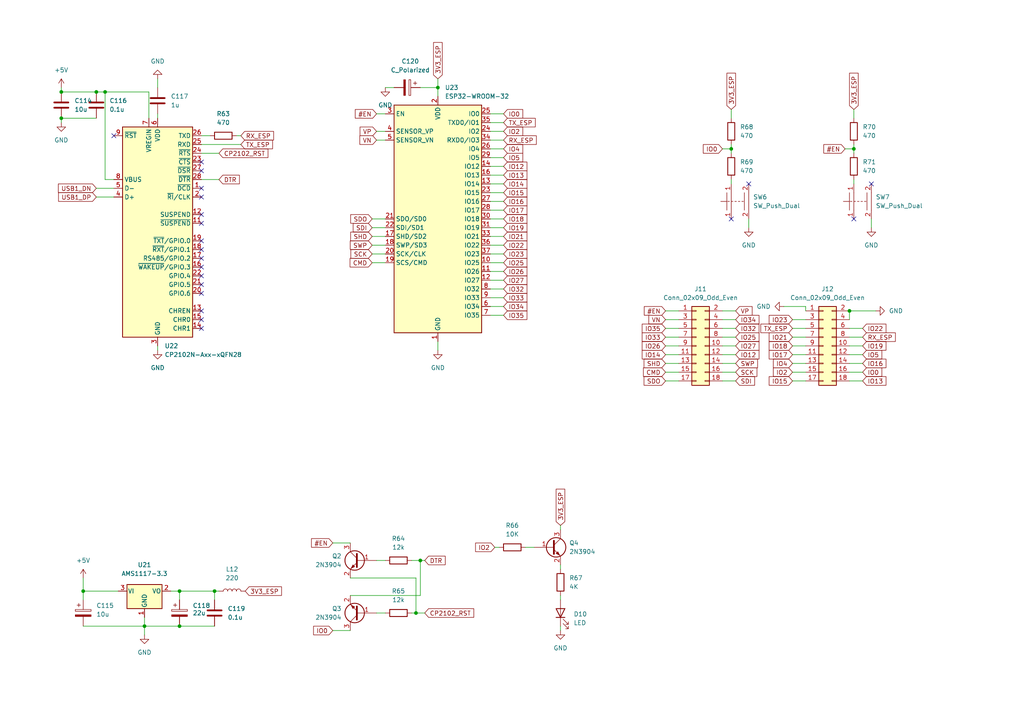
<source format=kicad_sch>
(kicad_sch (version 20211123) (generator eeschema)
  (paper "A4")
  (lib_symbols
    (symbol "Connector_Generic:Conn_02x09_Odd_Even" (pin_names (offset 1.016) hide)
      (property "Reference" "J" (at 1.27 12.7 0))
      (property "Value" "Conn_02x09_Odd_Even" (at 1.27 -12.7 0))
      (symbol "Conn_02x09_Odd_Even_1_1"
        (rectangle (start -1.27 -10.033) (end 0 -10.287) (stroke (width 0.1524)))
        (rectangle (start -1.27 -7.493) (end 0 -7.747) (stroke (width 0.1524)))
        (rectangle (start -1.27 -4.953) (end 0 -5.207) (stroke (width 0.1524)))
        (rectangle (start -1.27 -2.413) (end 0 -2.667) (stroke (width 0.1524)))
        (rectangle (start -1.27 0.127) (end 0 -0.127) (stroke (width 0.1524)))
        (rectangle (start -1.27 2.667) (end 0 2.413) (stroke (width 0.1524)))
        (rectangle (start -1.27 5.207) (end 0 4.953) (stroke (width 0.1524)))
        (rectangle (start -1.27 7.747) (end 0 7.493) (stroke (width 0.1524)))
        (rectangle (start -1.27 10.287) (end 0 10.033) (stroke (width 0.1524)))
        (rectangle (start -1.27 11.43) (end 3.81 -11.43) (stroke (width 0.254)) (fill (type background)))
        (rectangle (start 3.81 -10.033) (end 2.54 -10.287) (stroke (width 0.1524)))
        (rectangle (start 3.81 -7.493) (end 2.54 -7.747) (stroke (width 0.1524)))
        (rectangle (start 3.81 -4.953) (end 2.54 -5.207) (stroke (width 0.1524)))
        (rectangle (start 3.81 -2.413) (end 2.54 -2.667) (stroke (width 0.1524)))
        (rectangle (start 3.81 0.127) (end 2.54 -0.127) (stroke (width 0.1524)))
        (rectangle (start 3.81 2.667) (end 2.54 2.413) (stroke (width 0.1524)))
        (rectangle (start 3.81 5.207) (end 2.54 4.953) (stroke (width 0.1524)))
        (rectangle (start 3.81 7.747) (end 2.54 7.493) (stroke (width 0.1524)))
        (rectangle (start 3.81 10.287) (end 2.54 10.033) (stroke (width 0.1524)))
        (pin passive line (at -5.08 10.16 0) (length 3.81) (name "Pin_1") (number "1"))
        (pin passive line (at 7.62 0 180) (length 3.81) (name "Pin_10") (number "10"))
        (pin passive line (at -5.08 -2.54 0) (length 3.81) (name "Pin_11") (number "11"))
        (pin passive line (at 7.62 -2.54 180) (length 3.81) (name "Pin_12") (number "12"))
        (pin passive line (at -5.08 -5.08 0) (length 3.81) (name "Pin_13") (number "13"))
        (pin passive line (at 7.62 -5.08 180) (length 3.81) (name "Pin_14") (number "14"))
        (pin passive line (at -5.08 -7.62 0) (length 3.81) (name "Pin_15") (number "15"))
        (pin passive line (at 7.62 -7.62 180) (length 3.81) (name "Pin_16") (number "16"))
        (pin passive line (at -5.08 -10.16 0) (length 3.81) (name "Pin_17") (number "17"))
        (pin passive line (at 7.62 -10.16 180) (length 3.81) (name "Pin_18") (number "18"))
        (pin passive line (at 7.62 10.16 180) (length 3.81) (name "Pin_2") (number "2"))
        (pin passive line (at -5.08 7.62 0) (length 3.81) (name "Pin_3") (number "3"))
        (pin passive line (at 7.62 7.62 180) (length 3.81) (name "Pin_4") (number "4"))
        (pin passive line (at -5.08 5.08 0) (length 3.81) (name "Pin_5") (number "5"))
        (pin passive line (at 7.62 5.08 180) (length 3.81) (name "Pin_6") (number "6"))
        (pin passive line (at -5.08 2.54 0) (length 3.81) (name "Pin_7") (number "7"))
        (pin passive line (at 7.62 2.54 180) (length 3.81) (name "Pin_8") (number "8"))
        (pin passive line (at -5.08 0 0) (length 3.81) (name "Pin_9") (number "9"))
      )
    )
    (symbol "Device:C" (pin_numbers hide) (pin_names (offset 0.254))
      (property "Reference" "C" (at 0.635 2.54 0))
      (property "Value" "C" (at 0.635 -2.54 0))
      (symbol "C_0_1"
        (polyline (pts (xy -2.032 -0.762) (xy 2.032 -0.762)) (stroke (width 0.508)))
        (polyline (pts (xy -2.032 0.762) (xy 2.032 0.762)) (stroke (width 0.508)))
      )
      (symbol "C_1_1"
        (pin passive line (at 0 3.81 270) (length 2.794) (name "~") (number "1"))
        (pin passive line (at 0 -3.81 90) (length 2.794) (name "~") (number "2"))
      )
    )
    (symbol "Device:C_Polarized" (pin_numbers hide) (pin_names (offset 0.254))
      (property "Reference" "C" (at 0.635 2.54 0))
      (property "Value" "C_Polarized" (at 0.635 -2.54 0))
      (symbol "C_Polarized_0_1"
        (rectangle (start -2.286 0.508) (end 2.286 1.016))
        (polyline (pts (xy -1.778 2.286) (xy -0.762 2.286)))
        (polyline (pts (xy -1.27 2.794) (xy -1.27 1.778)))
        (rectangle (start 2.286 -0.508) (end -2.286 -1.016) (fill (type outline)))
      )
      (symbol "C_Polarized_1_1"
        (pin passive line (at 0 3.81 270) (length 2.794) (name "~") (number "1"))
        (pin passive line (at 0 -3.81 90) (length 2.794) (name "~") (number "2"))
      )
    )
    (symbol "Device:L" (pin_numbers hide) (pin_names (offset 1.016) hide)
      (property "Reference" "L" (at -1.27 0 90))
      (property "Value" "L" (at 1.905 0 90))
      (symbol "L_0_1"
        (arc (start 0 -2.54) (mid 0.635 -1.905) (end 0 -1.27))
        (arc (start 0 -1.27) (mid 0.635 -0.635) (end 0 0))
        (arc (start 0 0) (mid 0.635 0.635) (end 0 1.27))
        (arc (start 0 1.27) (mid 0.635 1.905) (end 0 2.54))
      )
      (symbol "L_1_1"
        (pin passive line (at 0 3.81 270) (length 1.27) (name "1") (number "1"))
        (pin passive line (at 0 -3.81 90) (length 1.27) (name "2") (number "2"))
      )
    )
    (symbol "Device:LED" (pin_numbers hide) (pin_names (offset 1.016) hide)
      (property "Reference" "D" (at 0 2.54 0))
      (property "Value" "LED" (at 0 -2.54 0))
      (symbol "LED_0_1"
        (polyline (pts (xy -1.27 -1.27) (xy -1.27 1.27)) (stroke (width 0.254)))
        (polyline (pts (xy -1.27 0) (xy 1.27 0)))
        (polyline (pts (xy 1.27 -1.27) (xy 1.27 1.27) (xy -1.27 0) (xy 1.27 -1.27)) (stroke (width 0.254)))
        (polyline (pts (xy -3.048 -0.762) (xy -4.572 -2.286) (xy -3.81 -2.286) (xy -4.572 -2.286) (xy -4.572 -1.524)))
        (polyline (pts (xy -1.778 -0.762) (xy -3.302 -2.286) (xy -2.54 -2.286) (xy -3.302 -2.286) (xy -3.302 -1.524)))
      )
      (symbol "LED_1_1"
        (pin passive line (at -3.81 0 0) (length 2.54) (name "K") (number "1"))
        (pin passive line (at 3.81 0 180) (length 2.54) (name "A") (number "2"))
      )
    )
    (symbol "Device:R" (pin_numbers hide) (pin_names (offset 0))
      (property "Reference" "R" (at 2.032 0 90))
      (property "Value" "R" (at 0 0 90))
      (symbol "R_0_1"
        (rectangle (start -1.016 -2.54) (end 1.016 2.54) (stroke (width 0.254)))
      )
      (symbol "R_1_1"
        (pin passive line (at 0 3.81 270) (length 1.27) (name "~") (number "1"))
        (pin passive line (at 0 -3.81 90) (length 1.27) (name "~") (number "2"))
      )
    )
    (symbol "Interface_USB:CP2102N-Axx-xQFN28"
      (property "Reference" "U" (at -8.89 31.75 0))
      (property "Value" "CP2102N-Axx-xQFN28" (at 12.7 31.75 0))
      (symbol "CP2102N-Axx-xQFN28_0_1"
        (rectangle (start -10.16 30.48) (end 10.16 -30.48) (stroke (width 0.254)) (fill (type background)))
      )
      (symbol "CP2102N-Axx-xQFN28_1_1"
        (pin input line (at 12.7 12.7 180) (length 2.54) (name "~{DCD}") (number "1"))
        (pin no_connect line (at -10.16 -27.94 0) (length 2.54) hide (name "NC") (number "10"))
        (pin output line (at 12.7 2.54 180) (length 2.54) (name "~{SUSPEND}") (number "11"))
        (pin output line (at 12.7 5.08 180) (length 2.54) (name "SUSPEND") (number "12"))
        (pin output line (at 12.7 -22.86 180) (length 2.54) (name "CHREN") (number "13"))
        (pin output line (at 12.7 -27.94 180) (length 2.54) (name "CHR1") (number "14"))
        (pin output line (at 12.7 -25.4 180) (length 2.54) (name "CHR0") (number "15"))
        (pin bidirectional line (at 12.7 -10.16 180) (length 2.54) (name "~{WAKEUP}/GPIO.3") (number "16"))
        (pin bidirectional line (at 12.7 -7.62 180) (length 2.54) (name "RS485/GPIO.2") (number "17"))
        (pin bidirectional line (at 12.7 -5.08 180) (length 2.54) (name "~{RXT}/GPIO.1") (number "18"))
        (pin bidirectional line (at 12.7 -2.54 180) (length 2.54) (name "~{TXT}/GPIO.0") (number "19"))
        (pin bidirectional line (at 12.7 10.16 180) (length 2.54) (name "~{RI}/CLK") (number "2"))
        (pin bidirectional line (at 12.7 -17.78 180) (length 2.54) (name "GPIO.6") (number "20"))
        (pin bidirectional line (at 12.7 -15.24 180) (length 2.54) (name "GPIO.5") (number "21"))
        (pin bidirectional line (at 12.7 -12.7 180) (length 2.54) (name "GPIO.4") (number "22"))
        (pin input line (at 12.7 20.32 180) (length 2.54) (name "~{CTS}") (number "23"))
        (pin output line (at 12.7 22.86 180) (length 2.54) (name "~{RTS}") (number "24"))
        (pin input line (at 12.7 25.4 180) (length 2.54) (name "RXD") (number "25"))
        (pin output line (at 12.7 27.94 180) (length 2.54) (name "TXD") (number "26"))
        (pin input line (at 12.7 17.78 180) (length 2.54) (name "~{DSR}") (number "27"))
        (pin output line (at 12.7 15.24 180) (length 2.54) (name "~{DTR}") (number "28"))
        (pin passive line (at 0 -33.02 90) (length 2.54) hide (name "GND") (number "29"))
        (pin power_in line (at 0 -33.02 90) (length 2.54) (name "GND") (number "3"))
        (pin bidirectional line (at -12.7 10.16 0) (length 2.54) (name "D+") (number "4"))
        (pin bidirectional line (at -12.7 12.7 0) (length 2.54) (name "D-") (number "5"))
        (pin power_in line (at 0 33.02 270) (length 2.54) (name "VDD") (number "6"))
        (pin power_in line (at -2.54 33.02 270) (length 2.54) (name "VREGIN") (number "7"))
        (pin input line (at -12.7 15.24 0) (length 2.54) (name "VBUS") (number "8"))
        (pin input line (at -12.7 27.94 0) (length 2.54) (name "~{RST}") (number "9"))
      )
    )
    (symbol "RF_Module:ESP32-WROOM-32"
      (property "Reference" "U" (at -12.7 34.29 0))
      (property "Value" "ESP32-WROOM-32" (at 1.27 34.29 0))
      (symbol "ESP32-WROOM-32_0_1"
        (rectangle (start -12.7 33.02) (end 12.7 -33.02) (stroke (width 0.254)) (fill (type background)))
      )
      (symbol "ESP32-WROOM-32_1_1"
        (pin power_in line (at 0 -35.56 90) (length 2.54) (name "GND") (number "1"))
        (pin bidirectional line (at 15.24 -12.7 180) (length 2.54) (name "IO25") (number "10"))
        (pin bidirectional line (at 15.24 -15.24 180) (length 2.54) (name "IO26") (number "11"))
        (pin bidirectional line (at 15.24 -17.78 180) (length 2.54) (name "IO27") (number "12"))
        (pin bidirectional line (at 15.24 10.16 180) (length 2.54) (name "IO14") (number "13"))
        (pin bidirectional line (at 15.24 15.24 180) (length 2.54) (name "IO12") (number "14"))
        (pin passive line (at 0 -35.56 90) (length 2.54) hide (name "GND") (number "15"))
        (pin bidirectional line (at 15.24 12.7 180) (length 2.54) (name "IO13") (number "16"))
        (pin bidirectional line (at -15.24 -5.08 0) (length 2.54) (name "SHD/SD2") (number "17"))
        (pin bidirectional line (at -15.24 -7.62 0) (length 2.54) (name "SWP/SD3") (number "18"))
        (pin bidirectional line (at -15.24 -12.7 0) (length 2.54) (name "SCS/CMD") (number "19"))
        (pin power_in line (at 0 35.56 270) (length 2.54) (name "VDD") (number "2"))
        (pin bidirectional line (at -15.24 -10.16 0) (length 2.54) (name "SCK/CLK") (number "20"))
        (pin bidirectional line (at -15.24 0 0) (length 2.54) (name "SDO/SD0") (number "21"))
        (pin bidirectional line (at -15.24 -2.54 0) (length 2.54) (name "SDI/SD1") (number "22"))
        (pin bidirectional line (at 15.24 7.62 180) (length 2.54) (name "IO15") (number "23"))
        (pin bidirectional line (at 15.24 25.4 180) (length 2.54) (name "IO2") (number "24"))
        (pin bidirectional line (at 15.24 30.48 180) (length 2.54) (name "IO0") (number "25"))
        (pin bidirectional line (at 15.24 20.32 180) (length 2.54) (name "IO4") (number "26"))
        (pin bidirectional line (at 15.24 5.08 180) (length 2.54) (name "IO16") (number "27"))
        (pin bidirectional line (at 15.24 2.54 180) (length 2.54) (name "IO17") (number "28"))
        (pin bidirectional line (at 15.24 17.78 180) (length 2.54) (name "IO5") (number "29"))
        (pin input line (at -15.24 30.48 0) (length 2.54) (name "EN") (number "3"))
        (pin bidirectional line (at 15.24 0 180) (length 2.54) (name "IO18") (number "30"))
        (pin bidirectional line (at 15.24 -2.54 180) (length 2.54) (name "IO19") (number "31"))
        (pin no_connect line (at -12.7 -27.94 0) (length 2.54) hide (name "NC") (number "32"))
        (pin bidirectional line (at 15.24 -5.08 180) (length 2.54) (name "IO21") (number "33"))
        (pin bidirectional line (at 15.24 22.86 180) (length 2.54) (name "RXD0/IO3") (number "34"))
        (pin bidirectional line (at 15.24 27.94 180) (length 2.54) (name "TXD0/IO1") (number "35"))
        (pin bidirectional line (at 15.24 -7.62 180) (length 2.54) (name "IO22") (number "36"))
        (pin bidirectional line (at 15.24 -10.16 180) (length 2.54) (name "IO23") (number "37"))
        (pin passive line (at 0 -35.56 90) (length 2.54) hide (name "GND") (number "38"))
        (pin passive line (at 0 -35.56 90) (length 2.54) hide (name "GND") (number "39"))
        (pin input line (at -15.24 25.4 0) (length 2.54) (name "SENSOR_VP") (number "4"))
        (pin input line (at -15.24 22.86 0) (length 2.54) (name "SENSOR_VN") (number "5"))
        (pin input line (at 15.24 -25.4 180) (length 2.54) (name "IO34") (number "6"))
        (pin input line (at 15.24 -27.94 180) (length 2.54) (name "IO35") (number "7"))
        (pin bidirectional line (at 15.24 -20.32 180) (length 2.54) (name "IO32") (number "8"))
        (pin bidirectional line (at 15.24 -22.86 180) (length 2.54) (name "IO33") (number "9"))
      )
    )
    (symbol "Regulator_Linear:AMS1117-3.3" (pin_names (offset 0.254))
      (property "Reference" "U" (at -3.81 3.175 0))
      (property "Value" "AMS1117-3.3" (at 0 3.175 0))
      (symbol "AMS1117-3.3_0_1"
        (rectangle (start -5.08 -5.08) (end 5.08 1.905) (stroke (width 0.254)) (fill (type background)))
      )
      (symbol "AMS1117-3.3_1_1"
        (pin power_in line (at 0 -7.62 90) (length 2.54) (name "GND") (number "1"))
        (pin power_out line (at 7.62 0 180) (length 2.54) (name "VO") (number "2"))
        (pin power_in line (at -7.62 0 0) (length 2.54) (name "VI") (number "3"))
      )
    )
    (symbol "SW_Push_Dual_1" (pin_names (offset 1.016) hide)
      (property "Reference" "SW?" (at 0 7.62 0))
      (property "Value" "SW_Push_Dual" (at 0 5.08 0))
      (symbol "SW_Push_Dual_1_0_1"
        (polyline (pts (xy -2.54 -5.08) (xy 2.54 -5.08)))
        (polyline (pts (xy -2.54 0) (xy 2.54 0)))
        (polyline (pts (xy 0 -3.048) (xy 0 -3.556)))
        (polyline (pts (xy 0 -2.032) (xy 0 -2.54)))
        (polyline (pts (xy 0 -1.524) (xy 0 -1.016)))
        (polyline (pts (xy 0 -0.508) (xy 0 0)))
        (polyline (pts (xy 0 0.508) (xy 0 1.016)))
        (polyline (pts (xy 0 1.27) (xy 0 3.048)))
        (polyline (pts (xy 2.54 -3.81) (xy -2.54 -3.81)))
        (polyline (pts (xy 2.54 1.27) (xy -2.54 1.27)))
        (pin passive line (at -5.08 0 0) (length 2.54) (name "1") (number "1"))
        (pin passive line (at 5.08 0 180) (length 2.54) (name "1") (number "1"))
        (pin passive line (at -5.08 -5.08 0) (length 2.54) (name "2") (number "2"))
        (pin passive line (at 5.08 -5.08 180) (length 2.54) (name "2") (number "2"))
      )
    )
    (symbol "Transistor_BJT:BC817" (pin_names (offset 0) hide)
      (property "Reference" "Q" (at 5.08 1.905 0))
      (property "Value" "BC817" (at 5.08 0 0))
      (symbol "BC817_0_1"
        (polyline (pts (xy 0.635 0.635) (xy 2.54 2.54)))
        (polyline (pts (xy 0.635 -0.635) (xy 2.54 -2.54) (xy 2.54 -2.54)))
        (polyline (pts (xy 0.635 1.905) (xy 0.635 -1.905) (xy 0.635 -1.905)) (stroke (width 0.508)))
        (polyline (pts (xy 1.27 -1.778) (xy 1.778 -1.27) (xy 2.286 -2.286) (xy 1.27 -1.778) (xy 1.27 -1.778)) (fill (type outline)))
        (circle (center 1.27 0) (radius 2.8194) (stroke (width 0.254)))
      )
      (symbol "BC817_1_1"
        (pin input line (at -5.08 0 0) (length 5.715) (name "B") (number "1"))
        (pin passive line (at 2.54 -5.08 90) (length 2.54) (name "E") (number "2"))
        (pin passive line (at 2.54 5.08 270) (length 2.54) (name "C") (number "3"))
      )
    )
    (symbol "power:+5V" (power) (pin_names (offset 0))
      (property "Value" "+5V" (at 0 3.556 0))
      (symbol "+5V_0_1"
        (polyline (pts (xy -0.762 1.27) (xy 0 2.54)))
        (polyline (pts (xy 0 0) (xy 0 2.54)))
        (polyline (pts (xy 0 2.54) (xy 0.762 1.27)))
      )
      (symbol "+5V_1_1"
        (pin power_in line (at 0 0 90) (length 0) hide (name "+5V") (number "1"))
      )
    )
    (symbol "power:GND" (power) (pin_names (offset 0))
      (property "Value" "GND" (at 0 -3.81 0))
      (symbol "GND_0_1"
        (polyline (pts (xy 0 0) (xy 0 -1.27) (xy 1.27 -1.27) (xy 0 -2.54) (xy -1.27 -1.27) (xy 0 -1.27)))
      )
      (symbol "GND_1_1"
        (pin power_in line (at 0 0 270) (length 0) hide (name "GND") (number "1"))
      )
    )
  )
  (junction (at 52.07 171.45))
  (junction (at 212.09 43.18))
  (junction (at 27.94 26.67))
  (junction (at 120.65 177.8))
  (junction (at 127 25.4))
  (junction (at 121.92 162.56))
  (junction (at 52.07 181.61))
  (junction (at 17.78 34.29))
  (junction (at 62.23 171.45))
  (junction (at 246.38 90.17))
  (junction (at 30.48 26.67))
  (junction (at 247.65 43.18))
  (junction (at 17.78 26.67))
  (junction (at 24.13 171.45))
  (junction (at 41.91 181.61))
  (no_connect (at 58.42 92.71))
  (no_connect (at 58.42 90.17))
  (no_connect (at 58.42 64.77))
  (no_connect (at 58.42 77.47))
  (no_connect (at 58.42 80.01))
  (no_connect (at 58.42 85.09))
  (no_connect (at 58.42 69.85))
  (no_connect (at 58.42 72.39))
  (no_connect (at 58.42 82.55))
  (no_connect (at 58.42 74.93))
  (no_connect (at 58.42 95.25))
  (no_connect (at 58.42 46.99))
  (no_connect (at 58.42 49.53))
  (no_connect (at 58.42 62.23))
  (no_connect (at 58.42 54.61))
  (no_connect (at 58.42 57.15))
  (no_connect (at 212.09 63.5))
  (no_connect (at 217.17 53.34))
  (no_connect (at 252.73 53.34))
  (no_connect (at 247.65 63.5))
  (no_connect (at 33.02 39.37))
  (wire (pts (xy 209.55 43.18) (xy 212.09 43.18)))
  (wire (pts (xy 96.52 157.48) (xy 101.6 157.48)))
  (wire (pts (xy 111.76 25.4) (xy 114.3 25.4)))
  (wire (pts (xy 209.55 92.71) (xy 213.36 92.71)))
  (wire (pts (xy 107.95 66.04) (xy 111.76 66.04)))
  (wire (pts (xy 212.09 31.75) (xy 212.09 34.29)))
  (wire (pts (xy 109.22 33.02) (xy 111.76 33.02)))
  (wire (pts (xy 107.95 73.66) (xy 111.76 73.66)))
  (wire (pts (xy 107.95 68.58) (xy 111.76 68.58)))
  (wire (pts (xy 41.91 181.61) (xy 52.07 181.61)))
  (wire (pts (xy 247.65 52.07) (xy 247.65 53.34)))
  (wire (pts (xy 142.24 53.34) (xy 146.05 53.34)))
  (wire (pts (xy 109.22 162.56) (xy 111.76 162.56)))
  (wire (pts (xy 45.72 100.33) (xy 45.72 101.6)))
  (wire (pts (xy 58.42 39.37) (xy 60.96 39.37)))
  (wire (pts (xy 246.38 97.79) (xy 250.19 97.79)))
  (wire (pts (xy 212.09 41.91) (xy 212.09 43.18)))
  (wire (pts (xy 107.95 76.2) (xy 111.76 76.2)))
  (wire (pts (xy 217.17 63.5) (xy 217.17 66.04)))
  (wire (pts (xy 142.24 88.9) (xy 146.05 88.9)))
  (wire (pts (xy 212.09 52.07) (xy 212.09 53.34)))
  (wire (pts (xy 229.87 107.95) (xy 233.68 107.95)))
  (wire (pts (xy 246.38 102.87) (xy 250.19 102.87)))
  (wire (pts (xy 142.24 66.04) (xy 146.05 66.04)))
  (wire (pts (xy 193.04 95.25) (xy 196.85 95.25)))
  (wire (pts (xy 58.42 41.91) (xy 69.85 41.91)))
  (wire (pts (xy 120.65 177.8) (xy 123.19 177.8)))
  (wire (pts (xy 246.38 107.95) (xy 250.19 107.95)))
  (wire (pts (xy 142.24 48.26) (xy 146.05 48.26)))
  (wire (pts (xy 209.55 97.79) (xy 213.36 97.79)))
  (wire (pts (xy 142.24 68.58) (xy 146.05 68.58)))
  (wire (pts (xy 252.73 63.5) (xy 252.73 66.04)))
  (wire (pts (xy 247.65 31.75) (xy 247.65 34.29)))
  (wire (pts (xy 96.52 182.88) (xy 101.6 182.88)))
  (wire (pts (xy 229.87 105.41) (xy 233.68 105.41)))
  (wire (pts (xy 143.51 158.75) (xy 144.78 158.75)))
  (wire (pts (xy 193.04 92.71) (xy 196.85 92.71)))
  (wire (pts (xy 62.23 171.45) (xy 62.23 173.99)))
  (wire (pts (xy 247.65 43.18) (xy 247.65 44.45)))
  (wire (pts (xy 24.13 167.64) (xy 24.13 171.45)))
  (wire (pts (xy 101.6 167.64) (xy 120.65 167.64)))
  (wire (pts (xy 121.92 172.72) (xy 121.92 162.56)))
  (wire (pts (xy 142.24 73.66) (xy 146.05 73.66)))
  (wire (pts (xy 17.78 26.67) (xy 27.94 26.67)))
  (wire (pts (xy 229.87 97.79) (xy 233.68 97.79)))
  (wire (pts (xy 247.65 41.91) (xy 247.65 43.18)))
  (wire (pts (xy 246.38 105.41) (xy 250.19 105.41)))
  (wire (pts (xy 49.53 171.45) (xy 52.07 171.45)))
  (wire (pts (xy 33.02 52.07) (xy 30.48 52.07)))
  (wire (pts (xy 209.55 107.95) (xy 213.36 107.95)))
  (wire (pts (xy 246.38 110.49) (xy 250.19 110.49)))
  (wire (pts (xy 227.33 88.9) (xy 233.68 88.9)))
  (wire (pts (xy 162.56 163.83) (xy 162.56 165.1)))
  (wire (pts (xy 229.87 100.33) (xy 233.68 100.33)))
  (wire (pts (xy 127 22.86) (xy 127 25.4)))
  (wire (pts (xy 27.94 26.67) (xy 30.48 26.67)))
  (wire (pts (xy 109.22 40.64) (xy 111.76 40.64)))
  (wire (pts (xy 142.24 83.82) (xy 146.05 83.82)))
  (wire (pts (xy 101.6 172.72) (xy 121.92 172.72)))
  (wire (pts (xy 127 99.06) (xy 127 101.6)))
  (wire (pts (xy 193.04 105.41) (xy 196.85 105.41)))
  (wire (pts (xy 209.55 95.25) (xy 213.36 95.25)))
  (wire (pts (xy 17.78 25.4) (xy 17.78 26.67)))
  (wire (pts (xy 45.72 33.02) (xy 45.72 34.29)))
  (wire (pts (xy 245.11 43.18) (xy 247.65 43.18)))
  (wire (pts (xy 229.87 102.87) (xy 233.68 102.87)))
  (wire (pts (xy 142.24 63.5) (xy 146.05 63.5)))
  (wire (pts (xy 246.38 95.25) (xy 250.19 95.25)))
  (wire (pts (xy 30.48 52.07) (xy 30.48 26.67)))
  (wire (pts (xy 120.65 167.64) (xy 120.65 177.8)))
  (wire (pts (xy 142.24 40.64) (xy 146.05 40.64)))
  (wire (pts (xy 41.91 181.61) (xy 41.91 179.07)))
  (wire (pts (xy 193.04 97.79) (xy 196.85 97.79)))
  (wire (pts (xy 17.78 34.29) (xy 17.78 35.56)))
  (wire (pts (xy 27.94 54.61) (xy 33.02 54.61)))
  (wire (pts (xy 142.24 33.02) (xy 146.05 33.02)))
  (wire (pts (xy 142.24 81.28) (xy 146.05 81.28)))
  (wire (pts (xy 142.24 43.18) (xy 146.05 43.18)))
  (wire (pts (xy 24.13 171.45) (xy 34.29 171.45)))
  (wire (pts (xy 209.55 105.41) (xy 213.36 105.41)))
  (wire (pts (xy 17.78 34.29) (xy 27.94 34.29)))
  (wire (pts (xy 107.95 71.12) (xy 111.76 71.12)))
  (wire (pts (xy 142.24 38.1) (xy 146.05 38.1)))
  (wire (pts (xy 142.24 60.96) (xy 146.05 60.96)))
  (wire (pts (xy 246.38 100.33) (xy 250.19 100.33)))
  (wire (pts (xy 142.24 45.72) (xy 146.05 45.72)))
  (wire (pts (xy 229.87 92.71) (xy 233.68 92.71)))
  (wire (pts (xy 58.42 52.07) (xy 63.5 52.07)))
  (wire (pts (xy 121.92 25.4) (xy 127 25.4)))
  (wire (pts (xy 193.04 90.17) (xy 196.85 90.17)))
  (wire (pts (xy 119.38 162.56) (xy 121.92 162.56)))
  (wire (pts (xy 27.94 57.15) (xy 33.02 57.15)))
  (wire (pts (xy 229.87 110.49) (xy 233.68 110.49)))
  (wire (pts (xy 58.42 44.45) (xy 63.5 44.45)))
  (wire (pts (xy 162.56 172.72) (xy 162.56 173.99)))
  (wire (pts (xy 52.07 181.61) (xy 62.23 181.61)))
  (wire (pts (xy 43.18 26.67) (xy 43.18 34.29)))
  (wire (pts (xy 193.04 102.87) (xy 196.85 102.87)))
  (wire (pts (xy 142.24 35.56) (xy 146.05 35.56)))
  (wire (pts (xy 193.04 110.49) (xy 196.85 110.49)))
  (wire (pts (xy 209.55 90.17) (xy 213.36 90.17)))
  (wire (pts (xy 229.87 95.25) (xy 233.68 95.25)))
  (wire (pts (xy 142.24 86.36) (xy 146.05 86.36)))
  (wire (pts (xy 142.24 78.74) (xy 146.05 78.74)))
  (wire (pts (xy 193.04 107.95) (xy 196.85 107.95)))
  (wire (pts (xy 127 25.4) (xy 127 27.94)))
  (wire (pts (xy 142.24 58.42) (xy 146.05 58.42)))
  (wire (pts (xy 209.55 102.87) (xy 213.36 102.87)))
  (wire (pts (xy 41.91 181.61) (xy 41.91 184.15)))
  (wire (pts (xy 142.24 55.88) (xy 146.05 55.88)))
  (wire (pts (xy 193.04 100.33) (xy 196.85 100.33)))
  (wire (pts (xy 24.13 173.99) (xy 24.13 171.45)))
  (wire (pts (xy 45.72 22.86) (xy 45.72 25.4)))
  (wire (pts (xy 52.07 171.45) (xy 62.23 171.45)))
  (wire (pts (xy 52.07 173.99) (xy 52.07 171.45)))
  (wire (pts (xy 68.58 39.37) (xy 69.85 39.37)))
  (wire (pts (xy 109.22 38.1) (xy 111.76 38.1)))
  (wire (pts (xy 142.24 91.44) (xy 146.05 91.44)))
  (wire (pts (xy 109.22 177.8) (xy 111.76 177.8)))
  (wire (pts (xy 212.09 43.18) (xy 212.09 44.45)))
  (wire (pts (xy 119.38 177.8) (xy 120.65 177.8)))
  (wire (pts (xy 152.4 158.75) (xy 154.94 158.75)))
  (wire (pts (xy 246.38 90.17) (xy 254 90.17)))
  (wire (pts (xy 62.23 171.45) (xy 63.5 171.45)))
  (wire (pts (xy 142.24 71.12) (xy 146.05 71.12)))
  (wire (pts (xy 233.68 88.9) (xy 233.68 90.17)))
  (wire (pts (xy 209.55 100.33) (xy 213.36 100.33)))
  (wire (pts (xy 142.24 76.2) (xy 146.05 76.2)))
  (wire (pts (xy 107.95 63.5) (xy 111.76 63.5)))
  (wire (pts (xy 30.48 26.67) (xy 43.18 26.67)))
  (wire (pts (xy 24.13 181.61) (xy 41.91 181.61)))
  (wire (pts (xy 162.56 152.4) (xy 162.56 153.67)))
  (wire (pts (xy 209.55 110.49) (xy 213.36 110.49)))
  (wire (pts (xy 121.92 162.56) (xy 123.19 162.56)))
  (wire (pts (xy 142.24 50.8) (xy 146.05 50.8)))
  (wire (pts (xy 246.38 90.17) (xy 246.38 92.71)))
  (wire (pts (xy 162.56 181.61) (xy 162.56 182.88)))
  (global_label "VN" (shape input) (at 109.22 40.64 180) (property "Intersheet References" "${INTERSHEET_REFS}" (effects hide)))
  (global_label "IO14" (shape input) (at 146.05 53.34 0) (property "Intersheet References" "${INTERSHEET_REFS}" (effects hide)))
  (global_label "SDO" (shape input) (at 107.95 63.5 180) (property "Intersheet References" "${INTERSHEET_REFS}" (effects hide)))
  (global_label "IO0" (shape input) (at 96.52 182.88 180) (property "Intersheet References" "${INTERSHEET_REFS}" (effects hide)))
  (global_label "3V3_ESP" (shape input) (at 71.12 171.45 0) (property "Intersheet References" "${INTERSHEET_REFS}" (effects hide)))
  (global_label "IO2" (shape input) (at 143.51 158.75 180) (property "Intersheet References" "${INTERSHEET_REFS}" (effects hide)))
  (global_label "IO13" (shape input) (at 146.05 50.8 0) (property "Intersheet References" "${INTERSHEET_REFS}" (effects hide)))
  (global_label "RX_ESP" (shape input) (at 250.19 97.79 0) (property "Intersheet References" "${INTERSHEET_REFS}" (effects hide)))
  (global_label "IO23" (shape input) (at 146.05 73.66 0) (property "Intersheet References" "${INTERSHEET_REFS}" (effects hide)))
  (global_label "IO2" (shape input) (at 146.05 38.1 0) (property "Intersheet References" "${INTERSHEET_REFS}" (effects hide)))
  (global_label "IO0" (shape input) (at 146.05 33.02 0) (property "Intersheet References" "${INTERSHEET_REFS}" (effects hide)))
  (global_label "IO26" (shape input) (at 193.04 100.33 180) (property "Intersheet References" "${INTERSHEET_REFS}" (effects hide)))
  (global_label "USB1_DN" (shape input) (at 27.94 54.61 180) (property "Intersheet References" "${INTERSHEET_REFS}" (effects hide)))
  (global_label "IO16" (shape input) (at 250.19 105.41 0) (property "Intersheet References" "${INTERSHEET_REFS}" (effects hide)))
  (global_label "IO22" (shape input) (at 250.19 95.25 0) (property "Intersheet References" "${INTERSHEET_REFS}" (effects hide)))
  (global_label "IO21" (shape input) (at 146.05 68.58 0) (property "Intersheet References" "${INTERSHEET_REFS}" (effects hide)))
  (global_label "SDI" (shape input) (at 213.36 110.49 0) (property "Intersheet References" "${INTERSHEET_REFS}" (effects hide)))
  (global_label "IO25" (shape input) (at 146.05 76.2 0) (property "Intersheet References" "${INTERSHEET_REFS}" (effects hide)))
  (global_label "IO17" (shape input) (at 146.05 60.96 0) (property "Intersheet References" "${INTERSHEET_REFS}" (effects hide)))
  (global_label "CP2102_RST" (shape input) (at 63.5 44.45 0) (property "Intersheet References" "${INTERSHEET_REFS}" (effects hide)))
  (global_label "RX_ESP" (shape input) (at 146.05 40.64 0) (property "Intersheet References" "${INTERSHEET_REFS}" (effects hide)))
  (global_label "IO34" (shape input) (at 146.05 88.9 0) (property "Intersheet References" "${INTERSHEET_REFS}" (effects hide)))
  (global_label "IO27" (shape input) (at 146.05 81.28 0) (property "Intersheet References" "${INTERSHEET_REFS}" (effects hide)))
  (global_label "IO35" (shape input) (at 146.05 91.44 0) (property "Intersheet References" "${INTERSHEET_REFS}" (effects hide)))
  (global_label "IO4" (shape input) (at 146.05 43.18 0) (property "Intersheet References" "${INTERSHEET_REFS}" (effects hide)))
  (global_label "VN" (shape input) (at 193.04 92.71 180) (property "Intersheet References" "${INTERSHEET_REFS}" (effects hide)))
  (global_label "IO32" (shape input) (at 213.36 95.25 0) (property "Intersheet References" "${INTERSHEET_REFS}" (effects hide)))
  (global_label "3V3_ESP" (shape input) (at 127 22.86 90) (property "Intersheet References" "${INTERSHEET_REFS}" (effects hide)))
  (global_label "IO16" (shape input) (at 146.05 58.42 0) (property "Intersheet References" "${INTERSHEET_REFS}" (effects hide)))
  (global_label "SWP" (shape input) (at 213.36 105.41 0) (property "Intersheet References" "${INTERSHEET_REFS}" (effects hide)))
  (global_label "IO21" (shape input) (at 229.87 97.79 180) (property "Intersheet References" "${INTERSHEET_REFS}" (effects hide)))
  (global_label "IO18" (shape input) (at 146.05 63.5 0) (property "Intersheet References" "${INTERSHEET_REFS}" (effects hide)))
  (global_label "IO33" (shape input) (at 146.05 86.36 0) (property "Intersheet References" "${INTERSHEET_REFS}" (effects hide)))
  (global_label "SHD" (shape input) (at 193.04 105.41 180) (property "Intersheet References" "${INTERSHEET_REFS}" (effects hide)))
  (global_label "IO13" (shape input) (at 250.19 110.49 0) (property "Intersheet References" "${INTERSHEET_REFS}" (effects hide)))
  (global_label "SWP" (shape input) (at 107.95 71.12 180) (property "Intersheet References" "${INTERSHEET_REFS}" (effects hide)))
  (global_label "CMD" (shape input) (at 107.95 76.2 180) (property "Intersheet References" "${INTERSHEET_REFS}" (effects hide)))
  (global_label "IO34" (shape input) (at 213.36 92.71 0) (property "Intersheet References" "${INTERSHEET_REFS}" (effects hide)))
  (global_label "#EN" (shape input) (at 245.11 43.18 180) (property "Intersheet References" "${INTERSHEET_REFS}" (effects hide)))
  (global_label "IO26" (shape input) (at 146.05 78.74 0) (property "Intersheet References" "${INTERSHEET_REFS}" (effects hide)))
  (global_label "#EN" (shape input) (at 193.04 90.17 180) (property "Intersheet References" "${INTERSHEET_REFS}" (effects hide)))
  (global_label "IO15" (shape input) (at 146.05 55.88 0) (property "Intersheet References" "${INTERSHEET_REFS}" (effects hide)))
  (global_label "SHD" (shape input) (at 107.95 68.58 180) (property "Intersheet References" "${INTERSHEET_REFS}" (effects hide)))
  (global_label "IO15" (shape input) (at 229.87 110.49 180) (property "Intersheet References" "${INTERSHEET_REFS}" (effects hide)))
  (global_label "VP" (shape input) (at 109.22 38.1 180) (property "Intersheet References" "${INTERSHEET_REFS}" (effects hide)))
  (global_label "TX_ESP" (shape input) (at 69.85 41.91 0) (property "Intersheet References" "${INTERSHEET_REFS}" (effects hide)))
  (global_label "IO25" (shape input) (at 213.36 97.79 0) (property "Intersheet References" "${INTERSHEET_REFS}" (effects hide)))
  (global_label "CP2102_RST" (shape input) (at 123.19 177.8 0) (property "Intersheet References" "${INTERSHEET_REFS}" (effects hide)))
  (global_label "IO19" (shape input) (at 250.19 100.33 0) (property "Intersheet References" "${INTERSHEET_REFS}" (effects hide)))
  (global_label "SDI" (shape input) (at 107.95 66.04 180) (property "Intersheet References" "${INTERSHEET_REFS}" (effects hide)))
  (global_label "IO18" (shape input) (at 229.87 100.33 180) (property "Intersheet References" "${INTERSHEET_REFS}" (effects hide)))
  (global_label "IO5" (shape input) (at 250.19 102.87 0) (property "Intersheet References" "${INTERSHEET_REFS}" (effects hide)))
  (global_label "IO27" (shape input) (at 213.36 100.33 0) (property "Intersheet References" "${INTERSHEET_REFS}" (effects hide)))
  (global_label "IO19" (shape input) (at 146.05 66.04 0) (property "Intersheet References" "${INTERSHEET_REFS}" (effects hide)))
  (global_label "3V3_ESP" (shape input) (at 247.65 31.75 90) (property "Intersheet References" "${INTERSHEET_REFS}" (effects hide)))
  (global_label "IO22" (shape input) (at 146.05 71.12 0) (property "Intersheet References" "${INTERSHEET_REFS}" (effects hide)))
  (global_label "TX_ESP" (shape input) (at 146.05 35.56 0) (property "Intersheet References" "${INTERSHEET_REFS}" (effects hide)))
  (global_label "SCK" (shape input) (at 107.95 73.66 180) (property "Intersheet References" "${INTERSHEET_REFS}" (effects hide)))
  (global_label "IO32" (shape input) (at 146.05 83.82 0) (property "Intersheet References" "${INTERSHEET_REFS}" (effects hide)))
  (global_label "IO12" (shape input) (at 213.36 102.87 0) (property "Intersheet References" "${INTERSHEET_REFS}" (effects hide)))
  (global_label "SDO" (shape input) (at 193.04 110.49 180) (property "Intersheet References" "${INTERSHEET_REFS}" (effects hide)))
  (global_label "USB1_DP" (shape input) (at 27.94 57.15 180) (property "Intersheet References" "${INTERSHEET_REFS}" (effects hide)))
  (global_label "CMD" (shape input) (at 193.04 107.95 180) (property "Intersheet References" "${INTERSHEET_REFS}" (effects hide)))
  (global_label "IO33" (shape input) (at 193.04 97.79 180) (property "Intersheet References" "${INTERSHEET_REFS}" (effects hide)))
  (global_label "IO2" (shape input) (at 229.87 107.95 180) (property "Intersheet References" "${INTERSHEET_REFS}" (effects hide)))
  (global_label "TX_ESP" (shape input) (at 229.87 95.25 180) (property "Intersheet References" "${INTERSHEET_REFS}" (effects hide)))
  (global_label "IO12" (shape input) (at 146.05 48.26 0) (property "Intersheet References" "${INTERSHEET_REFS}" (effects hide)))
  (global_label "IO35" (shape input) (at 193.04 95.25 180) (property "Intersheet References" "${INTERSHEET_REFS}" (effects hide)))
  (global_label "3V3_ESP" (shape input) (at 162.56 152.4 90) (property "Intersheet References" "${INTERSHEET_REFS}" (effects hide)))
  (global_label "#EN" (shape input) (at 109.22 33.02 180) (property "Intersheet References" "${INTERSHEET_REFS}" (effects hide)))
  (global_label "DTR" (shape input) (at 123.19 162.56 0) (property "Intersheet References" "${INTERSHEET_REFS}" (effects hide)))
  (global_label "#EN" (shape input) (at 96.52 157.48 180) (property "Intersheet References" "${INTERSHEET_REFS}" (effects hide)))
  (global_label "VP" (shape input) (at 213.36 90.17 0) (property "Intersheet References" "${INTERSHEET_REFS}" (effects hide)))
  (global_label "IO23" (shape input) (at 229.87 92.71 180) (property "Intersheet References" "${INTERSHEET_REFS}" (effects hide)))
  (global_label "SCK" (shape input) (at 213.36 107.95 0) (property "Intersheet References" "${INTERSHEET_REFS}" (effects hide)))
  (global_label "IO14" (shape input) (at 193.04 102.87 180) (property "Intersheet References" "${INTERSHEET_REFS}" (effects hide)))
  (global_label "IO4" (shape input) (at 229.87 105.41 180) (property "Intersheet References" "${INTERSHEET_REFS}" (effects hide)))
  (global_label "3V3_ESP" (shape input) (at 212.09 31.75 90) (property "Intersheet References" "${INTERSHEET_REFS}" (effects hide)))
  (global_label "RX_ESP" (shape input) (at 69.85 39.37 0) (property "Intersheet References" "${INTERSHEET_REFS}" (effects hide)))
  (global_label "IO0" (shape input) (at 250.19 107.95 0) (property "Intersheet References" "${INTERSHEET_REFS}" (effects hide)))
  (global_label "IO0" (shape input) (at 209.55 43.18 180) (property "Intersheet References" "${INTERSHEET_REFS}" (effects hide)))
  (global_label "IO5" (shape input) (at 146.05 45.72 0) (property "Intersheet References" "${INTERSHEET_REFS}" (effects hide)))
  (global_label "IO17" (shape input) (at 229.87 102.87 180) (property "Intersheet References" "${INTERSHEET_REFS}" (effects hide)))
  (global_label "DTR" (shape input) (at 63.5 52.07 0) (property "Intersheet References" "${INTERSHEET_REFS}" (effects hide)))
  (symbol (lib_id "Device:R") (at 64.77 39.37 90) (unit 1)
    (property "Reference" "R63" (at 64.77 33.02 90))
    (property "Value" "470" (at 64.77 35.56 90))
    (property "Footprint" "Resistor_SMD:R_0603_1608Metric_Pad0.98x0.95mm_HandSolder" (effects hide))
  )
  (symbol (lib_id "power:GND") (at 227.33 88.9 270) (unit 1)
    (property "Reference" "#PWR0107" (effects hide))
    (property "Value" "GND" (at 223.52 88.8999 90) (effects (justify right)))
  )
  (symbol (lib_id "Device:C") (at 45.72 29.21 0) (unit 1)
    (property "Reference" "C117" (at 49.53 27.9399 0) (effects (justify left)))
    (property "Value" "1u" (at 49.53 30.4799 0) (effects (justify left)))
    (property "Footprint" "Capacitor_SMD:C_0603_1608Metric_Pad1.08x0.95mm_HandSolder" (effects hide))
  )
  (symbol (lib_id "Device:R") (at 247.65 48.26 180) (unit 1)
    (property "Reference" "R71" (at 250.19 46.9899 0) (effects (justify right)))
    (property "Value" "470" (at 250.19 49.5299 0) (effects (justify right)))
    (property "Footprint" "Resistor_SMD:R_0603_1608Metric_Pad0.98x0.95mm_HandSolder" (effects hide))
  )
  (symbol (lib_id "Connector_Generic:Conn_02x09_Odd_Even") (at 201.93 100.33 0) (unit 1)
    (property "Reference" "J11" (at 203.2 83.82 0))
    (property "Value" "Conn_02x09_Odd_Even" (at 203.2 86.36 0))
    (property "Footprint" "Connector_PinSocket_2.54mm:PinSocket_2x09_P2.54mm_Vertical" (effects hide))
  )
  (symbol (lib_id "Regulator_Linear:AMS1117-3.3") (at 41.91 171.45 0) (unit 1)
    (property "Reference" "U21" (at 41.91 163.83 0))
    (property "Value" "AMS1117-3.3" (at 41.91 166.37 0))
    (property "Footprint" "Package_TO_SOT_SMD:SOT-223-3_TabPin2" (effects hide))
    (property "Datasheet" "http://www.advanced-monolithic.com/pdf/ds1117.pdf" (effects hide))
  )
  (symbol (lib_id "Device:R") (at 212.09 38.1 180) (unit 1)
    (property "Reference" "R68" (at 214.63 36.8299 0) (effects (justify right)))
    (property "Value" "470" (at 214.63 39.3699 0) (effects (justify right)))
    (property "Footprint" "Resistor_SMD:R_0603_1608Metric_Pad0.98x0.95mm_HandSolder" (effects hide))
  )
  (symbol (lib_id "power:GND") (at 17.78 35.56 0) (unit 1)
    (property "Reference" "#PWR098" (effects hide))
    (property "Value" "GND" (at 17.78 40.64 0))
  )
  (symbol (lib_id "Device:C") (at 17.78 30.48 0) (unit 1)
    (property "Reference" "C114" (at 21.59 29.2099 0) (effects (justify left)))
    (property "Value" "10u" (at 21.59 31.7499 0) (effects (justify left)))
    (property "Footprint" "Capacitor_SMD:C_0603_1608Metric_Pad1.08x0.95mm_HandSolder" (effects hide))
  )
  (symbol (lib_id "power:GND") (at 127 101.6 0) (unit 1)
    (property "Reference" "#PWR0104" (effects hide))
    (property "Value" "GND" (at 127 106.68 0))
  )
  (symbol (lib_id "Device:R") (at 148.59 158.75 90) (unit 1)
    (property "Reference" "R66" (at 148.59 152.4 90))
    (property "Value" "10K" (at 148.59 154.94 90))
    (property "Footprint" "Resistor_SMD:R_0603_1608Metric_Pad0.98x0.95mm_HandSolder" (effects hide))
  )
  (symbol (lib_id "power:GND") (at 111.76 25.4 0) (unit 1)
    (property "Reference" "#PWR0103" (effects hide))
    (property "Value" "GND" (at 111.76 30.48 0))
  )
  (symbol (lib_id "Device:R") (at 115.57 177.8 90) (unit 1)
    (property "Reference" "R65" (at 115.57 171.45 90))
    (property "Value" "12k" (at 115.57 173.99 90))
    (property "Footprint" "Resistor_SMD:R_0603_1608Metric_Pad0.98x0.95mm_HandSolder" (effects hide))
  )
  (symbol (lib_id "Device:R") (at 115.57 162.56 90) (unit 1)
    (property "Reference" "R64" (at 115.57 156.21 90))
    (property "Value" "12k" (at 115.57 158.75 90))
    (property "Footprint" "Resistor_SMD:R_0603_1608Metric_Pad0.98x0.95mm_HandSolder" (effects hide))
  )
  (symbol (lib_id "Connector_Generic:Conn_02x09_Odd_Even") (at 238.76 100.33 0) (unit 1)
    (property "Reference" "J12" (at 240.03 83.82 0))
    (property "Value" "Conn_02x09_Odd_Even" (at 240.03 86.36 0))
    (property "Footprint" "Connector_PinSocket_2.54mm:PinSocket_2x09_P2.54mm_Vertical" (effects hide))
  )
  (symbol (lib_id "power:+5V") (at 24.13 167.64 0) (unit 1)
    (property "Reference" "#PWR099" (effects hide))
    (property "Value" "+5V" (at 24.13 162.56 0))
  )
  (symbol (lib_id "power:+5V") (at 17.78 25.4 0) (unit 1)
    (property "Reference" "#PWR097" (effects hide))
    (property "Value" "+5V" (at 17.78 20.32 0))
  )
  (symbol (lib_id "Device:C_Polarized") (at 118.11 25.4 270) (unit 1)
    (property "Reference" "C120" (at 118.999 17.78 90))
    (property "Value" "C_Polarized" (at 118.999 20.32 90))
    (property "Footprint" "Capacitor_Tantalum_SMD:CP_EIA-1608-08_AVX-J_Pad1.25x1.05mm_HandSolder" (effects hide))
  )
  (symbol (lib_id "Device:LED") (at 162.56 177.8 90) (unit 1)
    (property "Reference" "D10" (at 166.37 178.1174 90) (effects (justify right)))
    (property "Value" "LED" (at 166.37 180.6574 90) (effects (justify right)))
    (property "Footprint" "LED_SMD:LED_0805_2012Metric_Pad1.15x1.40mm_HandSolder" (effects hide))
  )
  (symbol (lib_id "Device:L") (at 67.31 171.45 90) (unit 1)
    (property "Reference" "L12" (at 67.31 165.1 90))
    (property "Value" "220" (at 67.31 167.64 90))
    (property "Footprint" "Inductor_SMD:L_2010_5025Metric_Pad1.52x2.65mm_HandSolder" (effects hide))
  )
  (symbol (lib_id "Device:C_Polarized") (at 24.13 177.8 0) (unit 1)
    (property "Reference" "C115" (at 27.94 175.6409 0) (effects (justify left)))
    (property "Value" "10u" (at 27.94 178.1809 0) (effects (justify left)))
    (property "Footprint" "Capacitor_Tantalum_SMD:CP_EIA-6032-15_Kemet-U_Pad2.25x2.35mm_HandSolder" (effects hide))
  )
  (symbol (lib_id "power:GND") (at 254 90.17 90) (unit 1)
    (property "Reference" "#PWR0109" (effects hide))
    (property "Value" "GND" (at 257.81 90.1699 90) (effects (justify right)))
  )
  (symbol (lib_id "Device:C_Polarized") (at 52.07 177.8 0) (unit 1)
    (property "Reference" "C118" (at 55.88 175.6409 0) (effects (justify left)))
    (property "Value" "22u" (at 55.88 177.8 0) (effects (justify left)))
    (property "Footprint" "Capacitor_Tantalum_SMD:CP_EIA-6032-15_Kemet-U_Pad2.25x2.35mm_HandSolder" (effects hide))
  )
  (symbol (lib_name "SW_Push_Dual_1") (lib_id "Switch:SW_Push_Dual") (at 212.09 58.42 90) (unit 1)
    (property "Reference" "SW6" (at 218.44 57.1499 90) (effects (justify right)))
    (property "Value" "SW_Push_Dual" (at 218.44 59.6899 90) (effects (justify right)))
    (property "Footprint" "Button_Switch_SMD:SW_Push_1P1T_NO_6x6mm_H9.5mm" (effects hide))
  )
  (symbol (lib_id "Device:C") (at 62.23 177.8 0) (unit 1)
    (property "Reference" "C119" (at 66.04 176.5299 0) (effects (justify left)))
    (property "Value" "0.1u" (at 66.04 179.0699 0) (effects (justify left)))
    (property "Footprint" "Capacitor_SMD:C_0805_2012Metric_Pad1.18x1.45mm_HandSolder" (effects hide))
  )
  (symbol (lib_id "Transistor_BJT:BC817") (at 104.14 162.56 0) (mirror y) (unit 1)
    (property "Reference" "Q2" (at 99.06 161.2899 0) (effects (justify left)))
    (property "Value" "2N3904" (at 99.06 163.8299 0) (effects (justify left)))
    (property "Footprint" "Package_TO_SOT_SMD:SOT-23" (effects hide))
    (property "Datasheet" "https://www.onsemi.com/pub/Collateral/BC818-D.pdf" (effects hide))
  )
  (symbol (lib_id "power:GND") (at 217.17 66.04 0) (unit 1)
    (property "Reference" "#PWR0106" (effects hide))
    (property "Value" "GND" (at 217.17 71.12 0))
  )
  (symbol (lib_id "Device:R") (at 212.09 48.26 180) (unit 1)
    (property "Reference" "R69" (at 214.63 46.9899 0) (effects (justify right)))
    (property "Value" "470" (at 214.63 49.5299 0) (effects (justify right)))
    (property "Footprint" "Resistor_SMD:R_0603_1608Metric_Pad0.98x0.95mm_HandSolder" (effects hide))
  )
  (symbol (lib_name "SW_Push_Dual_1") (lib_id "Switch:SW_Push_Dual") (at 247.65 58.42 90) (unit 1)
    (property "Reference" "SW7" (at 254 57.1499 90) (effects (justify right)))
    (property "Value" "SW_Push_Dual" (at 254 59.6899 90) (effects (justify right)))
    (property "Footprint" "Button_Switch_SMD:SW_Push_1P1T_NO_6x6mm_H9.5mm" (effects hide))
  )
  (symbol (lib_id "Transistor_BJT:BC817") (at 104.14 177.8 180) (unit 1)
    (property "Reference" "Q3" (at 99.06 176.5299 0) (effects (justify left)))
    (property "Value" "2N3904" (at 99.06 179.0699 0) (effects (justify left)))
    (property "Footprint" "Package_TO_SOT_SMD:SOT-23" (effects hide))
    (property "Datasheet" "https://www.onsemi.com/pub/Collateral/BC818-D.pdf" (effects hide))
  )
  (symbol (lib_id "power:GND") (at 45.72 22.86 180) (unit 1)
    (property "Reference" "#PWR0101" (effects hide))
    (property "Value" "GND" (at 45.72 17.78 0))
  )
  (symbol (lib_id "RF_Module:ESP32-WROOM-32") (at 127 63.5 0) (unit 1)
    (property "Reference" "U23" (at 129.0194 25.4 0) (effects (justify left)))
    (property "Value" "ESP32-WROOM-32" (at 129.0194 27.94 0) (effects (justify left)))
    (property "Footprint" "RF_Module:ESP32-WROOM-32" (effects hide))
    (property "Datasheet" "https://www.espressif.com/sites/default/files/documentation/esp32-wroom-32_datasheet_en.pdf" (effects hide))
  )
  (symbol (lib_id "Interface_USB:CP2102N-Axx-xQFN28") (at 45.72 67.31 0) (unit 1)
    (property "Reference" "U22" (at 47.7394 100.33 0) (effects (justify left)))
    (property "Value" "CP2102N-Axx-xQFN28" (at 47.7394 102.87 0) (effects (justify left)))
    (property "Footprint" "Package_DFN_QFN:QFN-28-1EP_5x5mm_P0.5mm_EP3.35x3.35mm_ThermalVias" (effects hide))
    (property "Datasheet" "https://www.silabs.com/documents/public/data-sheets/cp2102n-datasheet.pdf" (effects hide))
  )
  (symbol (lib_id "power:GND") (at 45.72 101.6 0) (unit 1)
    (property "Reference" "#PWR0102" (effects hide))
    (property "Value" "GND" (at 45.72 106.68 0))
  )
  (symbol (lib_id "Device:R") (at 247.65 38.1 180) (unit 1)
    (property "Reference" "R70" (at 250.19 36.8299 0) (effects (justify right)))
    (property "Value" "470" (at 250.19 39.3699 0) (effects (justify right)))
    (property "Footprint" "Resistor_SMD:R_0603_1608Metric_Pad0.98x0.95mm_HandSolder" (effects hide))
  )
  (symbol (lib_id "Transistor_BJT:BC817") (at 160.02 158.75 0) (unit 1)
    (property "Reference" "Q4" (at 165.1 157.4799 0) (effects (justify left)))
    (property "Value" "2N3904" (at 165.1 160.0199 0) (effects (justify left)))
    (property "Footprint" "Package_TO_SOT_SMD:SOT-23" (effects hide))
    (property "Datasheet" "https://www.onsemi.com/pub/Collateral/BC818-D.pdf" (effects hide))
  )
  (symbol (lib_id "Device:R") (at 162.56 168.91 0) (unit 1)
    (property "Reference" "R67" (at 165.1 167.6399 0) (effects (justify left)))
    (property "Value" "4K" (at 165.1 170.1799 0) (effects (justify left)))
    (property "Footprint" "Resistor_SMD:R_0603_1608Metric_Pad0.98x0.95mm_HandSolder" (effects hide))
  )
  (symbol (lib_id "power:GND") (at 162.56 182.88 0) (unit 1)
    (property "Reference" "#PWR0105" (effects hide))
    (property "Value" "GND" (at 162.56 187.96 0))
  )
  (symbol (lib_id "Device:C") (at 27.94 30.48 0) (unit 1)
    (property "Reference" "C116" (at 31.75 29.2099 0) (effects (justify left)))
    (property "Value" "0.1u" (at 31.75 31.7499 0) (effects (justify left)))
    (property "Footprint" "Capacitor_SMD:C_0603_1608Metric_Pad1.08x0.95mm_HandSolder" (effects hide))
  )
  (symbol (lib_id "power:GND") (at 252.73 66.04 0) (unit 1)
    (property "Reference" "#PWR0108" (effects hide))
    (property "Value" "GND" (at 252.73 71.12 0))
  )
  (symbol (lib_id "power:GND") (at 41.91 184.15 0) (unit 1)
    (property "Reference" "#PWR0100" (effects hide))
    (property "Value" "GND" (at 41.91 189.23 0))
  )
)
</source>
